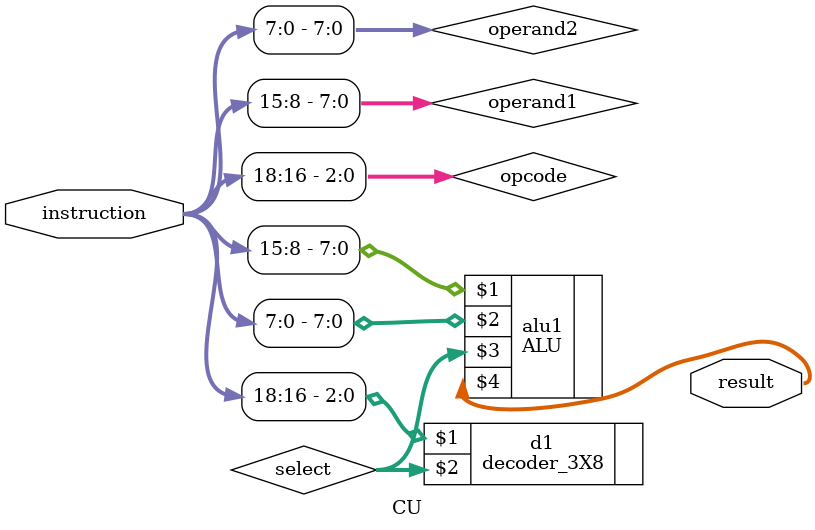
<source format=v>
module CU(output [7:0]result, input[18:0] instruction); //Control Unit-> Acts as the complete CPU Module here

    wire [2:0]opcode = instruction[18:16];  //First 3 MSB bits of the instruction
    wire [7:0]operand1 = instruction[15:8]; // Next 8 bits of the instruction 
    wire [7:0]operand2 = instruction[7:0];  // Last 8 bits of the instruction

    wire [7:0]select;
    decoder_3X8 d1(opcode, select); //Generates the 8-bit select signal
    ALU alu1(operand1, operand2, select, result); //Input to the ALU takes 3 8-bit signals and produces the final 8-bit result

endmodule
</source>
